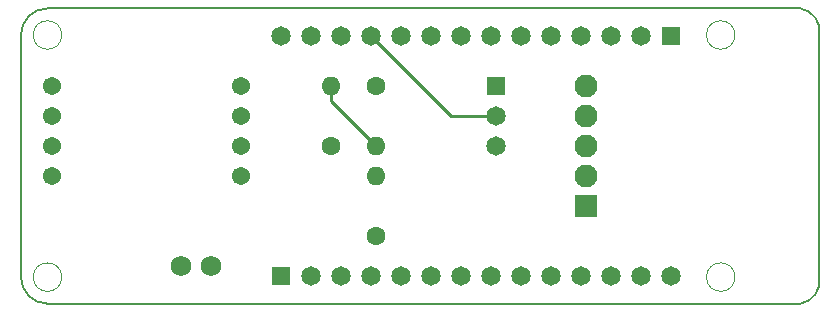
<source format=gbr>
G04 #@! TF.GenerationSoftware,KiCad,Pcbnew,(5.1.6)-1*
G04 #@! TF.CreationDate,2020-05-27T17:34:02-07:00*
G04 #@! TF.ProjectId,MKRShield_v1,4d4b5253-6869-4656-9c64-5f76312e6b69,0.1*
G04 #@! TF.SameCoordinates,Original*
G04 #@! TF.FileFunction,Copper,L4,Bot*
G04 #@! TF.FilePolarity,Positive*
%FSLAX46Y46*%
G04 Gerber Fmt 4.6, Leading zero omitted, Abs format (unit mm)*
G04 Created by KiCad (PCBNEW (5.1.6)-1) date 2020-05-27 17:34:02*
%MOMM*%
%LPD*%
G01*
G04 APERTURE LIST*
G04 #@! TA.AperFunction,Profile*
%ADD10C,0.150000*%
G04 #@! TD*
G04 #@! TA.AperFunction,EtchedComponent*
%ADD11C,0.100000*%
G04 #@! TD*
G04 #@! TA.AperFunction,ComponentPad*
%ADD12O,1.600000X1.600000*%
G04 #@! TD*
G04 #@! TA.AperFunction,ComponentPad*
%ADD13C,1.600000*%
G04 #@! TD*
G04 #@! TA.AperFunction,ComponentPad*
%ADD14C,1.650000*%
G04 #@! TD*
G04 #@! TA.AperFunction,ComponentPad*
%ADD15R,1.650000X1.650000*%
G04 #@! TD*
G04 #@! TA.AperFunction,ComponentPad*
%ADD16C,1.755000*%
G04 #@! TD*
G04 #@! TA.AperFunction,ComponentPad*
%ADD17C,1.950000*%
G04 #@! TD*
G04 #@! TA.AperFunction,ComponentPad*
%ADD18R,1.950000X1.950000*%
G04 #@! TD*
G04 #@! TA.AperFunction,ComponentPad*
%ADD19C,1.541000*%
G04 #@! TD*
G04 #@! TA.AperFunction,Conductor*
%ADD20C,0.250000*%
G04 #@! TD*
G04 APERTURE END LIST*
D10*
X180687479Y-117503600D02*
X116937479Y-117503600D01*
X114687479Y-115253600D02*
X114687479Y-94753600D01*
X116937479Y-92503600D02*
X180687479Y-92503600D01*
X114687479Y-115253600D02*
G75*
G03*
X116937479Y-117503600I2250000J0D01*
G01*
X116937479Y-92503600D02*
G75*
G03*
X114687479Y-94753600I0J-2250000D01*
G01*
X180687479Y-117503600D02*
G75*
G03*
X182287479Y-115253600I-325000J1925000D01*
G01*
X180687479Y-92503600D02*
G75*
G02*
X182287479Y-94753600I-325000J-1925000D01*
G01*
X182287479Y-115253600D02*
X182287479Y-94753600D01*
D11*
G04 #@! TO.C,U$5*
X118143979Y-115253600D02*
G75*
G03*
X118143979Y-115253600I-1206500J0D01*
G01*
G04 #@! TO.C,U$6*
X118143979Y-94753600D02*
G75*
G03*
X118143979Y-94753600I-1206500J0D01*
G01*
G04 #@! TO.C,U$7*
X175143979Y-94753600D02*
G75*
G03*
X175143979Y-94753600I-1206500J0D01*
G01*
G04 #@! TO.C,U$8*
X175143979Y-115253600D02*
G75*
G03*
X175143979Y-115253600I-1206500J0D01*
G01*
G04 #@! TD*
D12*
G04 #@! TO.P,Sensor_SDA1,2*
G04 #@! TO.N,Net-(IC1-Pad2)*
X140970000Y-99060000D03*
D13*
G04 #@! TO.P,Sensor_SDA1,1*
G04 #@! TO.N,Net-(IC1-Pad3)*
X140970000Y-104140000D03*
G04 #@! TD*
D12*
G04 #@! TO.P,Sensor_SCL1,2*
G04 #@! TO.N,Net-(IC1-Pad2)*
X144780000Y-104140000D03*
D13*
G04 #@! TO.P,Sensor_SCL1,1*
G04 #@! TO.N,Net-(IC1-Pad4)*
X144780000Y-99060000D03*
G04 #@! TD*
D12*
G04 #@! TO.P,5k1,2*
G04 #@! TO.N,GND*
X144780000Y-106680000D03*
D13*
G04 #@! TO.P,5k1,1*
G04 #@! TO.N,Net-(5k1-Pad1)*
X144780000Y-111760000D03*
G04 #@! TD*
D14*
G04 #@! TO.P,J3,3*
G04 #@! TO.N,Net-(J1-Pad11)*
X154940000Y-104140000D03*
G04 #@! TO.P,J3,2*
G04 #@! TO.N,GND*
X154940000Y-101600000D03*
D15*
G04 #@! TO.P,J3,1*
G04 #@! TO.N,Net-(IC1-Pad2)*
X154940000Y-99060000D03*
G04 #@! TD*
D16*
G04 #@! TO.P,IC2,1*
G04 #@! TO.N,Net-(5k1-Pad1)*
X130810000Y-114300000D03*
G04 #@! TO.P,IC2,2*
G04 #@! TO.N,Net-(IC1-Pad2)*
X128270000Y-114300000D03*
G04 #@! TD*
D17*
G04 #@! TO.P,J4,5*
G04 #@! TO.N,Net-(J4-Pad5)*
X162560000Y-99060000D03*
G04 #@! TO.P,J4,4*
G04 #@! TO.N,Net-(J2-Pad4)*
X162560000Y-101600000D03*
G04 #@! TO.P,J4,3*
G04 #@! TO.N,Net-(J2-Pad3)*
X162560000Y-104140000D03*
G04 #@! TO.P,J4,2*
G04 #@! TO.N,Net-(J1-Pad13)*
X162560000Y-106680000D03*
D18*
G04 #@! TO.P,J4,1*
G04 #@! TO.N,Net-(J1-Pad12)*
X162560000Y-109220000D03*
G04 #@! TD*
D19*
G04 #@! TO.P,IC1,8*
G04 #@! TO.N,Net-(IC1-Pad8)*
X117350000Y-106680000D03*
G04 #@! TO.P,IC1,7*
G04 #@! TO.N,Net-(IC1-Pad7)*
X117350000Y-104140000D03*
G04 #@! TO.P,IC1,6*
G04 #@! TO.N,Net-(IC1-Pad6)*
X117350000Y-101600000D03*
G04 #@! TO.P,IC1,5*
G04 #@! TO.N,Net-(IC1-Pad5)*
X117350000Y-99060000D03*
G04 #@! TO.P,IC1,4*
G04 #@! TO.N,Net-(IC1-Pad4)*
X133350000Y-99060000D03*
G04 #@! TO.P,IC1,3*
G04 #@! TO.N,Net-(IC1-Pad3)*
X133350000Y-101600000D03*
G04 #@! TO.P,IC1,2*
G04 #@! TO.N,Net-(IC1-Pad2)*
X133350000Y-104140000D03*
G04 #@! TO.P,IC1,1*
G04 #@! TO.N,GND*
X133350000Y-106680000D03*
G04 #@! TD*
D15*
G04 #@! TO.P,J1,1*
G04 #@! TO.N,Net-(J1-Pad1)*
X136690000Y-115150000D03*
D14*
G04 #@! TO.P,J1,2*
G04 #@! TO.N,Net-(J1-Pad2)*
X139230000Y-115150000D03*
G04 #@! TO.P,J1,3*
G04 #@! TO.N,Net-(J1-Pad3)*
X141770000Y-115150000D03*
G04 #@! TO.P,J1,4*
G04 #@! TO.N,Net-(J1-Pad4)*
X144310000Y-115150000D03*
G04 #@! TO.P,J1,5*
G04 #@! TO.N,Net-(J1-Pad5)*
X146850000Y-115150000D03*
G04 #@! TO.P,J1,6*
G04 #@! TO.N,Net-(J1-Pad6)*
X149390000Y-115150000D03*
G04 #@! TO.P,J1,7*
G04 #@! TO.N,Net-(J1-Pad7)*
X151930000Y-115150000D03*
G04 #@! TO.P,J1,8*
G04 #@! TO.N,Net-(J1-Pad8)*
X154470000Y-115150000D03*
G04 #@! TO.P,J1,9*
G04 #@! TO.N,Net-(J1-Pad9)*
X157010000Y-115150000D03*
G04 #@! TO.P,J1,10*
G04 #@! TO.N,Net-(5k1-Pad1)*
X159550000Y-115150000D03*
G04 #@! TO.P,J1,11*
G04 #@! TO.N,Net-(J1-Pad11)*
X162090000Y-115150000D03*
G04 #@! TO.P,J1,12*
G04 #@! TO.N,Net-(J1-Pad12)*
X164630000Y-115150000D03*
G04 #@! TO.P,J1,13*
G04 #@! TO.N,Net-(J1-Pad13)*
X167170000Y-115150000D03*
G04 #@! TO.P,J1,14*
G04 #@! TO.N,Net-(J1-Pad14)*
X169710000Y-115150000D03*
G04 #@! TD*
G04 #@! TO.P,J2,14*
G04 #@! TO.N,Net-(J2-Pad14)*
X136740000Y-94850000D03*
G04 #@! TO.P,J2,13*
G04 #@! TO.N,Net-(J2-Pad13)*
X139280000Y-94850000D03*
G04 #@! TO.P,J2,12*
G04 #@! TO.N,Net-(IC1-Pad2)*
X141820000Y-94850000D03*
G04 #@! TO.P,J2,11*
G04 #@! TO.N,GND*
X144360000Y-94850000D03*
G04 #@! TO.P,J2,10*
G04 #@! TO.N,/RESET*
X146900000Y-94850000D03*
G04 #@! TO.P,J2,9*
G04 #@! TO.N,Net-(J2-Pad9)*
X149440000Y-94850000D03*
G04 #@! TO.P,J2,8*
G04 #@! TO.N,Net-(J2-Pad8)*
X151980000Y-94850000D03*
G04 #@! TO.P,J2,7*
G04 #@! TO.N,Net-(IC1-Pad4)*
X154520000Y-94850000D03*
G04 #@! TO.P,J2,6*
G04 #@! TO.N,Net-(IC1-Pad3)*
X157060000Y-94850000D03*
G04 #@! TO.P,J2,5*
G04 #@! TO.N,Net-(J2-Pad5)*
X159600000Y-94850000D03*
G04 #@! TO.P,J2,4*
G04 #@! TO.N,Net-(J2-Pad4)*
X162140000Y-94850000D03*
G04 #@! TO.P,J2,3*
G04 #@! TO.N,Net-(J2-Pad3)*
X164680000Y-94850000D03*
G04 #@! TO.P,J2,2*
G04 #@! TO.N,Net-(J2-Pad2)*
X167220000Y-94850000D03*
D15*
G04 #@! TO.P,J2,1*
G04 #@! TO.N,Net-(J2-Pad1)*
X169760000Y-94850000D03*
G04 #@! TD*
D20*
G04 #@! TO.N,GND*
X151110000Y-101600000D02*
X154940000Y-101600000D01*
X144360000Y-94850000D02*
X151110000Y-101600000D01*
G04 #@! TO.N,Net-(IC1-Pad2)*
X140970000Y-100330000D02*
X144780000Y-104140000D01*
X140970000Y-99060000D02*
X140970000Y-100330000D01*
G04 #@! TD*
M02*

</source>
